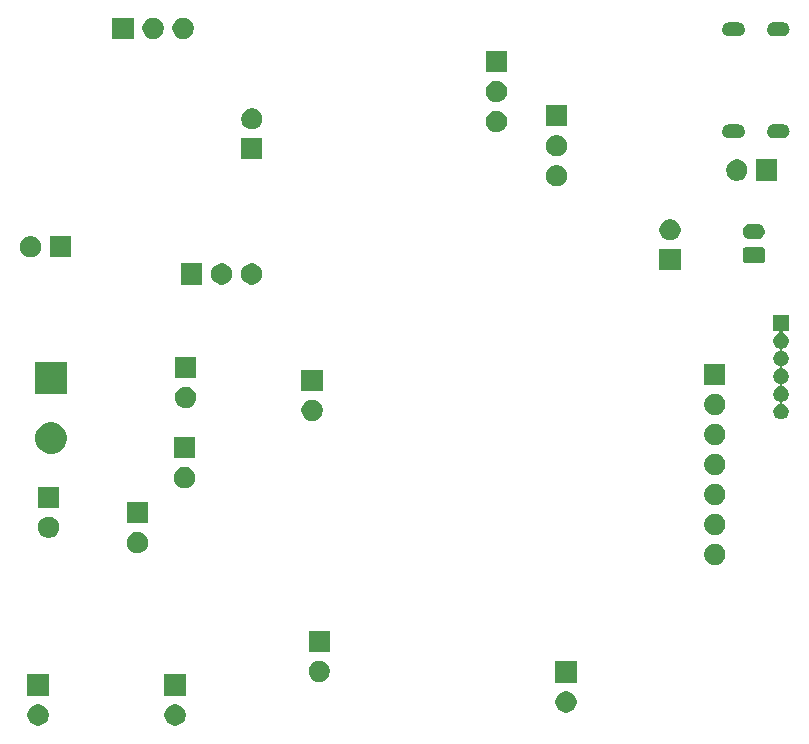
<source format=gbs>
G04 #@! TF.GenerationSoftware,KiCad,Pcbnew,(5.1.5-0)*
G04 #@! TF.CreationDate,2022-02-24T14:37:53-07:00*
G04 #@! TF.ProjectId,adc_preamp,6164635f-7072-4656-916d-702e6b696361,rev?*
G04 #@! TF.SameCoordinates,Original*
G04 #@! TF.FileFunction,Soldermask,Bot*
G04 #@! TF.FilePolarity,Negative*
%FSLAX46Y46*%
G04 Gerber Fmt 4.6, Leading zero omitted, Abs format (unit mm)*
G04 Created by KiCad (PCBNEW (5.1.5-0)) date 2022-02-24 14:37:53*
%MOMM*%
%LPD*%
G04 APERTURE LIST*
%ADD10C,0.100000*%
G04 APERTURE END LIST*
D10*
G36*
X126313512Y-109843927D02*
G01*
X126462812Y-109873624D01*
X126626784Y-109941544D01*
X126774354Y-110040147D01*
X126899853Y-110165646D01*
X126998456Y-110313216D01*
X127066376Y-110477188D01*
X127101000Y-110651259D01*
X127101000Y-110828741D01*
X127066376Y-111002812D01*
X126998456Y-111166784D01*
X126899853Y-111314354D01*
X126774354Y-111439853D01*
X126626784Y-111538456D01*
X126462812Y-111606376D01*
X126313512Y-111636073D01*
X126288742Y-111641000D01*
X126111258Y-111641000D01*
X126086488Y-111636073D01*
X125937188Y-111606376D01*
X125773216Y-111538456D01*
X125625646Y-111439853D01*
X125500147Y-111314354D01*
X125401544Y-111166784D01*
X125333624Y-111002812D01*
X125299000Y-110828741D01*
X125299000Y-110651259D01*
X125333624Y-110477188D01*
X125401544Y-110313216D01*
X125500147Y-110165646D01*
X125625646Y-110040147D01*
X125773216Y-109941544D01*
X125937188Y-109873624D01*
X126086488Y-109843927D01*
X126111258Y-109839000D01*
X126288742Y-109839000D01*
X126313512Y-109843927D01*
G37*
G36*
X114713512Y-109843927D02*
G01*
X114862812Y-109873624D01*
X115026784Y-109941544D01*
X115174354Y-110040147D01*
X115299853Y-110165646D01*
X115398456Y-110313216D01*
X115466376Y-110477188D01*
X115501000Y-110651259D01*
X115501000Y-110828741D01*
X115466376Y-111002812D01*
X115398456Y-111166784D01*
X115299853Y-111314354D01*
X115174354Y-111439853D01*
X115026784Y-111538456D01*
X114862812Y-111606376D01*
X114713512Y-111636073D01*
X114688742Y-111641000D01*
X114511258Y-111641000D01*
X114486488Y-111636073D01*
X114337188Y-111606376D01*
X114173216Y-111538456D01*
X114025646Y-111439853D01*
X113900147Y-111314354D01*
X113801544Y-111166784D01*
X113733624Y-111002812D01*
X113699000Y-110828741D01*
X113699000Y-110651259D01*
X113733624Y-110477188D01*
X113801544Y-110313216D01*
X113900147Y-110165646D01*
X114025646Y-110040147D01*
X114173216Y-109941544D01*
X114337188Y-109873624D01*
X114486488Y-109843927D01*
X114511258Y-109839000D01*
X114688742Y-109839000D01*
X114713512Y-109843927D01*
G37*
G36*
X159413512Y-108743927D02*
G01*
X159562812Y-108773624D01*
X159726784Y-108841544D01*
X159874354Y-108940147D01*
X159999853Y-109065646D01*
X160098456Y-109213216D01*
X160166376Y-109377188D01*
X160201000Y-109551259D01*
X160201000Y-109728741D01*
X160166376Y-109902812D01*
X160098456Y-110066784D01*
X159999853Y-110214354D01*
X159874354Y-110339853D01*
X159726784Y-110438456D01*
X159562812Y-110506376D01*
X159413512Y-110536073D01*
X159388742Y-110541000D01*
X159211258Y-110541000D01*
X159186488Y-110536073D01*
X159037188Y-110506376D01*
X158873216Y-110438456D01*
X158725646Y-110339853D01*
X158600147Y-110214354D01*
X158501544Y-110066784D01*
X158433624Y-109902812D01*
X158399000Y-109728741D01*
X158399000Y-109551259D01*
X158433624Y-109377188D01*
X158501544Y-109213216D01*
X158600147Y-109065646D01*
X158725646Y-108940147D01*
X158873216Y-108841544D01*
X159037188Y-108773624D01*
X159186488Y-108743927D01*
X159211258Y-108739000D01*
X159388742Y-108739000D01*
X159413512Y-108743927D01*
G37*
G36*
X127101000Y-109101000D02*
G01*
X125299000Y-109101000D01*
X125299000Y-107299000D01*
X127101000Y-107299000D01*
X127101000Y-109101000D01*
G37*
G36*
X115501000Y-109101000D02*
G01*
X113699000Y-109101000D01*
X113699000Y-107299000D01*
X115501000Y-107299000D01*
X115501000Y-109101000D01*
G37*
G36*
X160201000Y-108001000D02*
G01*
X158399000Y-108001000D01*
X158399000Y-106199000D01*
X160201000Y-106199000D01*
X160201000Y-108001000D01*
G37*
G36*
X138513512Y-106143927D02*
G01*
X138662812Y-106173624D01*
X138826784Y-106241544D01*
X138974354Y-106340147D01*
X139099853Y-106465646D01*
X139198456Y-106613216D01*
X139266376Y-106777188D01*
X139301000Y-106951259D01*
X139301000Y-107128741D01*
X139266376Y-107302812D01*
X139198456Y-107466784D01*
X139099853Y-107614354D01*
X138974354Y-107739853D01*
X138826784Y-107838456D01*
X138662812Y-107906376D01*
X138513512Y-107936073D01*
X138488742Y-107941000D01*
X138311258Y-107941000D01*
X138286488Y-107936073D01*
X138137188Y-107906376D01*
X137973216Y-107838456D01*
X137825646Y-107739853D01*
X137700147Y-107614354D01*
X137601544Y-107466784D01*
X137533624Y-107302812D01*
X137499000Y-107128741D01*
X137499000Y-106951259D01*
X137533624Y-106777188D01*
X137601544Y-106613216D01*
X137700147Y-106465646D01*
X137825646Y-106340147D01*
X137973216Y-106241544D01*
X138137188Y-106173624D01*
X138286488Y-106143927D01*
X138311258Y-106139000D01*
X138488742Y-106139000D01*
X138513512Y-106143927D01*
G37*
G36*
X139301000Y-105401000D02*
G01*
X137499000Y-105401000D01*
X137499000Y-103599000D01*
X139301000Y-103599000D01*
X139301000Y-105401000D01*
G37*
G36*
X172013512Y-96243927D02*
G01*
X172162812Y-96273624D01*
X172326784Y-96341544D01*
X172474354Y-96440147D01*
X172599853Y-96565646D01*
X172698456Y-96713216D01*
X172766376Y-96877188D01*
X172792072Y-97006375D01*
X172798960Y-97041000D01*
X172801000Y-97051259D01*
X172801000Y-97228741D01*
X172766376Y-97402812D01*
X172698456Y-97566784D01*
X172599853Y-97714354D01*
X172474354Y-97839853D01*
X172326784Y-97938456D01*
X172162812Y-98006376D01*
X172013512Y-98036073D01*
X171988742Y-98041000D01*
X171811258Y-98041000D01*
X171786488Y-98036073D01*
X171637188Y-98006376D01*
X171473216Y-97938456D01*
X171325646Y-97839853D01*
X171200147Y-97714354D01*
X171101544Y-97566784D01*
X171033624Y-97402812D01*
X170999000Y-97228741D01*
X170999000Y-97051259D01*
X171001041Y-97041000D01*
X171007928Y-97006375D01*
X171033624Y-96877188D01*
X171101544Y-96713216D01*
X171200147Y-96565646D01*
X171325646Y-96440147D01*
X171473216Y-96341544D01*
X171637188Y-96273624D01*
X171786488Y-96243927D01*
X171811258Y-96239000D01*
X171988742Y-96239000D01*
X172013512Y-96243927D01*
G37*
G36*
X123113512Y-95243927D02*
G01*
X123262812Y-95273624D01*
X123426784Y-95341544D01*
X123574354Y-95440147D01*
X123699853Y-95565646D01*
X123798456Y-95713216D01*
X123866376Y-95877188D01*
X123896073Y-96026488D01*
X123901000Y-96051258D01*
X123901000Y-96228742D01*
X123896073Y-96253512D01*
X123866376Y-96402812D01*
X123798456Y-96566784D01*
X123699853Y-96714354D01*
X123574354Y-96839853D01*
X123426784Y-96938456D01*
X123262812Y-97006376D01*
X123113512Y-97036073D01*
X123088742Y-97041000D01*
X122911258Y-97041000D01*
X122886488Y-97036073D01*
X122737188Y-97006376D01*
X122573216Y-96938456D01*
X122425646Y-96839853D01*
X122300147Y-96714354D01*
X122201544Y-96566784D01*
X122133624Y-96402812D01*
X122103927Y-96253512D01*
X122099000Y-96228742D01*
X122099000Y-96051258D01*
X122103927Y-96026488D01*
X122133624Y-95877188D01*
X122201544Y-95713216D01*
X122300147Y-95565646D01*
X122425646Y-95440147D01*
X122573216Y-95341544D01*
X122737188Y-95273624D01*
X122886488Y-95243927D01*
X122911258Y-95239000D01*
X123088742Y-95239000D01*
X123113512Y-95243927D01*
G37*
G36*
X115613512Y-93943927D02*
G01*
X115762812Y-93973624D01*
X115926784Y-94041544D01*
X116074354Y-94140147D01*
X116199853Y-94265646D01*
X116298456Y-94413216D01*
X116366376Y-94577188D01*
X116401000Y-94751259D01*
X116401000Y-94928741D01*
X116366376Y-95102812D01*
X116298456Y-95266784D01*
X116199853Y-95414354D01*
X116074354Y-95539853D01*
X115926784Y-95638456D01*
X115762812Y-95706376D01*
X115613512Y-95736073D01*
X115588742Y-95741000D01*
X115411258Y-95741000D01*
X115386488Y-95736073D01*
X115237188Y-95706376D01*
X115073216Y-95638456D01*
X114925646Y-95539853D01*
X114800147Y-95414354D01*
X114701544Y-95266784D01*
X114633624Y-95102812D01*
X114599000Y-94928741D01*
X114599000Y-94751259D01*
X114633624Y-94577188D01*
X114701544Y-94413216D01*
X114800147Y-94265646D01*
X114925646Y-94140147D01*
X115073216Y-94041544D01*
X115237188Y-93973624D01*
X115386488Y-93943927D01*
X115411258Y-93939000D01*
X115588742Y-93939000D01*
X115613512Y-93943927D01*
G37*
G36*
X172013512Y-93703927D02*
G01*
X172162812Y-93733624D01*
X172326784Y-93801544D01*
X172474354Y-93900147D01*
X172599853Y-94025646D01*
X172698456Y-94173216D01*
X172766376Y-94337188D01*
X172796073Y-94486488D01*
X172798960Y-94501000D01*
X172801000Y-94511259D01*
X172801000Y-94688741D01*
X172766376Y-94862812D01*
X172698456Y-95026784D01*
X172599853Y-95174354D01*
X172474354Y-95299853D01*
X172326784Y-95398456D01*
X172162812Y-95466376D01*
X172013512Y-95496073D01*
X171988742Y-95501000D01*
X171811258Y-95501000D01*
X171786488Y-95496073D01*
X171637188Y-95466376D01*
X171473216Y-95398456D01*
X171325646Y-95299853D01*
X171200147Y-95174354D01*
X171101544Y-95026784D01*
X171033624Y-94862812D01*
X170999000Y-94688741D01*
X170999000Y-94511259D01*
X171001041Y-94501000D01*
X171003927Y-94486488D01*
X171033624Y-94337188D01*
X171101544Y-94173216D01*
X171200147Y-94025646D01*
X171325646Y-93900147D01*
X171473216Y-93801544D01*
X171637188Y-93733624D01*
X171786488Y-93703927D01*
X171811258Y-93699000D01*
X171988742Y-93699000D01*
X172013512Y-93703927D01*
G37*
G36*
X123901000Y-94501000D02*
G01*
X122099000Y-94501000D01*
X122099000Y-92699000D01*
X123901000Y-92699000D01*
X123901000Y-94501000D01*
G37*
G36*
X116401000Y-93201000D02*
G01*
X114599000Y-93201000D01*
X114599000Y-91399000D01*
X116401000Y-91399000D01*
X116401000Y-93201000D01*
G37*
G36*
X172013512Y-91163927D02*
G01*
X172162812Y-91193624D01*
X172326784Y-91261544D01*
X172474354Y-91360147D01*
X172599853Y-91485646D01*
X172698456Y-91633216D01*
X172766376Y-91797188D01*
X172801000Y-91971259D01*
X172801000Y-92148741D01*
X172766376Y-92322812D01*
X172698456Y-92486784D01*
X172599853Y-92634354D01*
X172474354Y-92759853D01*
X172326784Y-92858456D01*
X172162812Y-92926376D01*
X172013512Y-92956073D01*
X171988742Y-92961000D01*
X171811258Y-92961000D01*
X171786488Y-92956073D01*
X171637188Y-92926376D01*
X171473216Y-92858456D01*
X171325646Y-92759853D01*
X171200147Y-92634354D01*
X171101544Y-92486784D01*
X171033624Y-92322812D01*
X170999000Y-92148741D01*
X170999000Y-91971259D01*
X171033624Y-91797188D01*
X171101544Y-91633216D01*
X171200147Y-91485646D01*
X171325646Y-91360147D01*
X171473216Y-91261544D01*
X171637188Y-91193624D01*
X171786488Y-91163927D01*
X171811258Y-91159000D01*
X171988742Y-91159000D01*
X172013512Y-91163927D01*
G37*
G36*
X127113512Y-89743927D02*
G01*
X127262812Y-89773624D01*
X127426784Y-89841544D01*
X127574354Y-89940147D01*
X127699853Y-90065646D01*
X127798456Y-90213216D01*
X127866376Y-90377188D01*
X127901000Y-90551259D01*
X127901000Y-90728741D01*
X127866376Y-90902812D01*
X127798456Y-91066784D01*
X127699853Y-91214354D01*
X127574354Y-91339853D01*
X127426784Y-91438456D01*
X127262812Y-91506376D01*
X127113512Y-91536073D01*
X127088742Y-91541000D01*
X126911258Y-91541000D01*
X126886488Y-91536073D01*
X126737188Y-91506376D01*
X126573216Y-91438456D01*
X126425646Y-91339853D01*
X126300147Y-91214354D01*
X126201544Y-91066784D01*
X126133624Y-90902812D01*
X126099000Y-90728741D01*
X126099000Y-90551259D01*
X126133624Y-90377188D01*
X126201544Y-90213216D01*
X126300147Y-90065646D01*
X126425646Y-89940147D01*
X126573216Y-89841544D01*
X126737188Y-89773624D01*
X126886488Y-89743927D01*
X126911258Y-89739000D01*
X127088742Y-89739000D01*
X127113512Y-89743927D01*
G37*
G36*
X172013512Y-88623927D02*
G01*
X172162812Y-88653624D01*
X172326784Y-88721544D01*
X172474354Y-88820147D01*
X172599853Y-88945646D01*
X172698456Y-89093216D01*
X172766376Y-89257188D01*
X172801000Y-89431259D01*
X172801000Y-89608741D01*
X172766376Y-89782812D01*
X172698456Y-89946784D01*
X172599853Y-90094354D01*
X172474354Y-90219853D01*
X172326784Y-90318456D01*
X172162812Y-90386376D01*
X172013512Y-90416073D01*
X171988742Y-90421000D01*
X171811258Y-90421000D01*
X171786488Y-90416073D01*
X171637188Y-90386376D01*
X171473216Y-90318456D01*
X171325646Y-90219853D01*
X171200147Y-90094354D01*
X171101544Y-89946784D01*
X171033624Y-89782812D01*
X170999000Y-89608741D01*
X170999000Y-89431259D01*
X171033624Y-89257188D01*
X171101544Y-89093216D01*
X171200147Y-88945646D01*
X171325646Y-88820147D01*
X171473216Y-88721544D01*
X171637188Y-88653624D01*
X171786488Y-88623927D01*
X171811258Y-88619000D01*
X171988742Y-88619000D01*
X172013512Y-88623927D01*
G37*
G36*
X127901000Y-89001000D02*
G01*
X126099000Y-89001000D01*
X126099000Y-87199000D01*
X127901000Y-87199000D01*
X127901000Y-89001000D01*
G37*
G36*
X116094072Y-85980918D02*
G01*
X116339939Y-86082759D01*
X116561212Y-86230610D01*
X116749390Y-86418788D01*
X116897241Y-86640061D01*
X116999082Y-86885928D01*
X117051000Y-87146938D01*
X117051000Y-87413062D01*
X116999082Y-87674072D01*
X116897241Y-87919939D01*
X116749390Y-88141212D01*
X116561212Y-88329390D01*
X116339939Y-88477241D01*
X116339938Y-88477242D01*
X116339937Y-88477242D01*
X116094072Y-88579082D01*
X115833063Y-88631000D01*
X115566937Y-88631000D01*
X115305928Y-88579082D01*
X115060063Y-88477242D01*
X115060062Y-88477242D01*
X115060061Y-88477241D01*
X114838788Y-88329390D01*
X114650610Y-88141212D01*
X114502759Y-87919939D01*
X114400918Y-87674072D01*
X114349000Y-87413062D01*
X114349000Y-87146938D01*
X114400918Y-86885928D01*
X114502759Y-86640061D01*
X114650610Y-86418788D01*
X114838788Y-86230610D01*
X115060061Y-86082759D01*
X115305928Y-85980918D01*
X115566937Y-85929000D01*
X115833063Y-85929000D01*
X116094072Y-85980918D01*
G37*
G36*
X172007634Y-86082758D02*
G01*
X172162812Y-86113624D01*
X172326784Y-86181544D01*
X172474354Y-86280147D01*
X172599853Y-86405646D01*
X172698456Y-86553216D01*
X172766376Y-86717188D01*
X172801000Y-86891259D01*
X172801000Y-87068741D01*
X172766376Y-87242812D01*
X172698456Y-87406784D01*
X172599853Y-87554354D01*
X172474354Y-87679853D01*
X172326784Y-87778456D01*
X172162812Y-87846376D01*
X172013512Y-87876073D01*
X171988742Y-87881000D01*
X171811258Y-87881000D01*
X171786488Y-87876073D01*
X171637188Y-87846376D01*
X171473216Y-87778456D01*
X171325646Y-87679853D01*
X171200147Y-87554354D01*
X171101544Y-87406784D01*
X171033624Y-87242812D01*
X170999000Y-87068741D01*
X170999000Y-86891259D01*
X171033624Y-86717188D01*
X171101544Y-86553216D01*
X171200147Y-86405646D01*
X171325646Y-86280147D01*
X171473216Y-86181544D01*
X171637188Y-86113624D01*
X171792366Y-86082758D01*
X171811258Y-86079000D01*
X171988742Y-86079000D01*
X172007634Y-86082758D01*
G37*
G36*
X137913512Y-84043927D02*
G01*
X138062812Y-84073624D01*
X138226784Y-84141544D01*
X138374354Y-84240147D01*
X138499853Y-84365646D01*
X138598456Y-84513216D01*
X138666376Y-84677188D01*
X138701000Y-84851259D01*
X138701000Y-85028741D01*
X138666376Y-85202812D01*
X138598456Y-85366784D01*
X138499853Y-85514354D01*
X138374354Y-85639853D01*
X138226784Y-85738456D01*
X138062812Y-85806376D01*
X137913512Y-85836073D01*
X137888742Y-85841000D01*
X137711258Y-85841000D01*
X137686488Y-85836073D01*
X137537188Y-85806376D01*
X137373216Y-85738456D01*
X137225646Y-85639853D01*
X137100147Y-85514354D01*
X137001544Y-85366784D01*
X136933624Y-85202812D01*
X136899000Y-85028741D01*
X136899000Y-84851259D01*
X136933624Y-84677188D01*
X137001544Y-84513216D01*
X137100147Y-84365646D01*
X137225646Y-84240147D01*
X137373216Y-84141544D01*
X137537188Y-84073624D01*
X137686488Y-84043927D01*
X137711258Y-84039000D01*
X137888742Y-84039000D01*
X137913512Y-84043927D01*
G37*
G36*
X178155000Y-78205000D02*
G01*
X177799999Y-78205000D01*
X177775613Y-78207402D01*
X177752164Y-78214515D01*
X177730553Y-78226066D01*
X177711611Y-78241611D01*
X177696066Y-78260553D01*
X177684515Y-78282164D01*
X177677402Y-78305613D01*
X177675000Y-78329999D01*
X177677402Y-78354385D01*
X177684515Y-78377834D01*
X177696066Y-78399445D01*
X177711611Y-78418387D01*
X177730553Y-78433932D01*
X177752164Y-78445483D01*
X177810257Y-78469546D01*
X177810259Y-78469547D01*
X177917538Y-78541228D01*
X178008772Y-78632462D01*
X178080453Y-78739741D01*
X178080454Y-78739743D01*
X178129829Y-78858945D01*
X178155000Y-78985487D01*
X178155000Y-79114513D01*
X178129829Y-79241055D01*
X178080454Y-79360257D01*
X178080453Y-79360259D01*
X178008772Y-79467538D01*
X177917538Y-79558772D01*
X177810259Y-79630453D01*
X177810258Y-79630454D01*
X177810257Y-79630454D01*
X177679740Y-79684516D01*
X177658129Y-79696067D01*
X177639187Y-79711612D01*
X177623642Y-79730554D01*
X177612091Y-79752165D01*
X177604978Y-79775614D01*
X177602576Y-79800000D01*
X177604978Y-79824386D01*
X177612091Y-79847835D01*
X177623642Y-79869446D01*
X177639187Y-79888388D01*
X177658129Y-79903933D01*
X177679740Y-79915484D01*
X177810257Y-79969546D01*
X177810259Y-79969547D01*
X177917538Y-80041228D01*
X178008772Y-80132462D01*
X178080453Y-80239741D01*
X178080454Y-80239743D01*
X178129829Y-80358945D01*
X178155000Y-80485487D01*
X178155000Y-80614513D01*
X178129829Y-80741055D01*
X178085117Y-80849000D01*
X178080453Y-80860259D01*
X178008772Y-80967538D01*
X177917538Y-81058772D01*
X177810259Y-81130453D01*
X177810258Y-81130454D01*
X177810257Y-81130454D01*
X177679740Y-81184516D01*
X177658129Y-81196067D01*
X177639187Y-81211612D01*
X177623642Y-81230554D01*
X177612091Y-81252165D01*
X177604978Y-81275614D01*
X177602576Y-81300000D01*
X177604978Y-81324386D01*
X177612091Y-81347835D01*
X177623642Y-81369446D01*
X177639187Y-81388388D01*
X177658129Y-81403933D01*
X177679740Y-81415484D01*
X177810257Y-81469546D01*
X177810259Y-81469547D01*
X177917538Y-81541228D01*
X178008772Y-81632462D01*
X178080453Y-81739741D01*
X178080454Y-81739743D01*
X178129829Y-81858945D01*
X178155000Y-81985487D01*
X178155000Y-82114513D01*
X178129829Y-82241055D01*
X178080454Y-82360257D01*
X178080453Y-82360259D01*
X178008772Y-82467538D01*
X177917538Y-82558772D01*
X177810259Y-82630453D01*
X177810258Y-82630454D01*
X177810257Y-82630454D01*
X177679740Y-82684516D01*
X177658129Y-82696067D01*
X177639187Y-82711612D01*
X177623642Y-82730554D01*
X177612091Y-82752165D01*
X177604978Y-82775614D01*
X177602576Y-82800000D01*
X177604978Y-82824386D01*
X177612091Y-82847835D01*
X177623642Y-82869446D01*
X177639187Y-82888388D01*
X177658129Y-82903933D01*
X177679740Y-82915484D01*
X177810257Y-82969546D01*
X177810259Y-82969547D01*
X177917538Y-83041228D01*
X178008772Y-83132462D01*
X178080453Y-83239741D01*
X178080454Y-83239743D01*
X178129829Y-83358945D01*
X178155000Y-83485487D01*
X178155000Y-83614513D01*
X178129829Y-83741055D01*
X178125602Y-83751259D01*
X178080453Y-83860259D01*
X178008772Y-83967538D01*
X177917538Y-84058772D01*
X177810259Y-84130453D01*
X177810258Y-84130454D01*
X177810257Y-84130454D01*
X177679740Y-84184516D01*
X177658129Y-84196067D01*
X177639187Y-84211612D01*
X177623642Y-84230554D01*
X177612091Y-84252165D01*
X177604978Y-84275614D01*
X177602576Y-84300000D01*
X177604978Y-84324386D01*
X177612091Y-84347835D01*
X177623642Y-84369446D01*
X177639187Y-84388388D01*
X177658129Y-84403933D01*
X177679740Y-84415484D01*
X177810257Y-84469546D01*
X177810259Y-84469547D01*
X177917538Y-84541228D01*
X178008772Y-84632462D01*
X178058159Y-84706376D01*
X178080454Y-84739743D01*
X178129829Y-84858945D01*
X178155000Y-84985487D01*
X178155000Y-85114513D01*
X178129829Y-85241055D01*
X178102772Y-85306376D01*
X178080453Y-85360259D01*
X178008772Y-85467538D01*
X177917538Y-85558772D01*
X177810259Y-85630453D01*
X177810258Y-85630454D01*
X177810257Y-85630454D01*
X177691055Y-85679829D01*
X177564513Y-85705000D01*
X177435487Y-85705000D01*
X177308945Y-85679829D01*
X177189743Y-85630454D01*
X177189742Y-85630454D01*
X177189741Y-85630453D01*
X177082462Y-85558772D01*
X176991228Y-85467538D01*
X176919547Y-85360259D01*
X176897228Y-85306376D01*
X176870171Y-85241055D01*
X176845000Y-85114513D01*
X176845000Y-84985487D01*
X176870171Y-84858945D01*
X176919546Y-84739743D01*
X176941841Y-84706376D01*
X176991228Y-84632462D01*
X177082462Y-84541228D01*
X177189741Y-84469547D01*
X177189743Y-84469546D01*
X177320260Y-84415484D01*
X177341871Y-84403933D01*
X177360813Y-84388388D01*
X177376358Y-84369446D01*
X177387909Y-84347835D01*
X177395022Y-84324386D01*
X177397424Y-84300000D01*
X177395022Y-84275614D01*
X177387909Y-84252165D01*
X177376358Y-84230554D01*
X177360813Y-84211612D01*
X177341871Y-84196067D01*
X177320260Y-84184516D01*
X177189743Y-84130454D01*
X177189742Y-84130454D01*
X177189741Y-84130453D01*
X177082462Y-84058772D01*
X176991228Y-83967538D01*
X176919547Y-83860259D01*
X176874398Y-83751259D01*
X176870171Y-83741055D01*
X176845000Y-83614513D01*
X176845000Y-83485487D01*
X176870171Y-83358945D01*
X176919546Y-83239743D01*
X176919547Y-83239741D01*
X176991228Y-83132462D01*
X177082462Y-83041228D01*
X177189741Y-82969547D01*
X177189743Y-82969546D01*
X177320260Y-82915484D01*
X177341871Y-82903933D01*
X177360813Y-82888388D01*
X177376358Y-82869446D01*
X177387909Y-82847835D01*
X177395022Y-82824386D01*
X177397424Y-82800000D01*
X177395022Y-82775614D01*
X177387909Y-82752165D01*
X177376358Y-82730554D01*
X177360813Y-82711612D01*
X177341871Y-82696067D01*
X177320260Y-82684516D01*
X177189743Y-82630454D01*
X177189742Y-82630454D01*
X177189741Y-82630453D01*
X177082462Y-82558772D01*
X176991228Y-82467538D01*
X176919547Y-82360259D01*
X176919546Y-82360257D01*
X176870171Y-82241055D01*
X176845000Y-82114513D01*
X176845000Y-81985487D01*
X176870171Y-81858945D01*
X176919546Y-81739743D01*
X176919547Y-81739741D01*
X176991228Y-81632462D01*
X177082462Y-81541228D01*
X177189741Y-81469547D01*
X177189743Y-81469546D01*
X177320260Y-81415484D01*
X177341871Y-81403933D01*
X177360813Y-81388388D01*
X177376358Y-81369446D01*
X177387909Y-81347835D01*
X177395022Y-81324386D01*
X177397424Y-81300000D01*
X177395022Y-81275614D01*
X177387909Y-81252165D01*
X177376358Y-81230554D01*
X177360813Y-81211612D01*
X177341871Y-81196067D01*
X177320260Y-81184516D01*
X177189743Y-81130454D01*
X177189742Y-81130454D01*
X177189741Y-81130453D01*
X177082462Y-81058772D01*
X176991228Y-80967538D01*
X176919547Y-80860259D01*
X176914883Y-80849000D01*
X176870171Y-80741055D01*
X176845000Y-80614513D01*
X176845000Y-80485487D01*
X176870171Y-80358945D01*
X176919546Y-80239743D01*
X176919547Y-80239741D01*
X176991228Y-80132462D01*
X177082462Y-80041228D01*
X177189741Y-79969547D01*
X177189743Y-79969546D01*
X177320260Y-79915484D01*
X177341871Y-79903933D01*
X177360813Y-79888388D01*
X177376358Y-79869446D01*
X177387909Y-79847835D01*
X177395022Y-79824386D01*
X177397424Y-79800000D01*
X177395022Y-79775614D01*
X177387909Y-79752165D01*
X177376358Y-79730554D01*
X177360813Y-79711612D01*
X177341871Y-79696067D01*
X177320260Y-79684516D01*
X177189743Y-79630454D01*
X177189742Y-79630454D01*
X177189741Y-79630453D01*
X177082462Y-79558772D01*
X176991228Y-79467538D01*
X176919547Y-79360259D01*
X176919546Y-79360257D01*
X176870171Y-79241055D01*
X176845000Y-79114513D01*
X176845000Y-78985487D01*
X176870171Y-78858945D01*
X176919546Y-78739743D01*
X176919547Y-78739741D01*
X176991228Y-78632462D01*
X177082462Y-78541228D01*
X177189741Y-78469547D01*
X177189743Y-78469546D01*
X177247836Y-78445483D01*
X177269447Y-78433932D01*
X177288389Y-78418387D01*
X177303934Y-78399445D01*
X177315485Y-78377834D01*
X177322598Y-78354385D01*
X177325000Y-78329999D01*
X177322598Y-78305613D01*
X177315485Y-78282164D01*
X177303934Y-78260553D01*
X177288389Y-78241611D01*
X177269447Y-78226066D01*
X177247836Y-78214515D01*
X177224387Y-78207402D01*
X177200001Y-78205000D01*
X176845000Y-78205000D01*
X176845000Y-76895000D01*
X178155000Y-76895000D01*
X178155000Y-78205000D01*
G37*
G36*
X172013512Y-83543927D02*
G01*
X172162812Y-83573624D01*
X172326784Y-83641544D01*
X172474354Y-83740147D01*
X172599853Y-83865646D01*
X172698456Y-84013216D01*
X172766376Y-84177188D01*
X172801000Y-84351259D01*
X172801000Y-84528741D01*
X172766376Y-84702812D01*
X172698456Y-84866784D01*
X172599853Y-85014354D01*
X172474354Y-85139853D01*
X172326784Y-85238456D01*
X172162812Y-85306376D01*
X172013512Y-85336073D01*
X171988742Y-85341000D01*
X171811258Y-85341000D01*
X171786488Y-85336073D01*
X171637188Y-85306376D01*
X171473216Y-85238456D01*
X171325646Y-85139853D01*
X171200147Y-85014354D01*
X171101544Y-84866784D01*
X171033624Y-84702812D01*
X170999000Y-84528741D01*
X170999000Y-84351259D01*
X171033624Y-84177188D01*
X171101544Y-84013216D01*
X171200147Y-83865646D01*
X171325646Y-83740147D01*
X171473216Y-83641544D01*
X171637188Y-83573624D01*
X171786488Y-83543927D01*
X171811258Y-83539000D01*
X171988742Y-83539000D01*
X172013512Y-83543927D01*
G37*
G36*
X127213512Y-82943927D02*
G01*
X127362812Y-82973624D01*
X127526784Y-83041544D01*
X127674354Y-83140147D01*
X127799853Y-83265646D01*
X127898456Y-83413216D01*
X127966376Y-83577188D01*
X128001000Y-83751259D01*
X128001000Y-83928741D01*
X127966376Y-84102812D01*
X127898456Y-84266784D01*
X127799853Y-84414354D01*
X127674354Y-84539853D01*
X127526784Y-84638456D01*
X127362812Y-84706376D01*
X127213512Y-84736073D01*
X127188742Y-84741000D01*
X127011258Y-84741000D01*
X126986488Y-84736073D01*
X126837188Y-84706376D01*
X126673216Y-84638456D01*
X126525646Y-84539853D01*
X126400147Y-84414354D01*
X126301544Y-84266784D01*
X126233624Y-84102812D01*
X126199000Y-83928741D01*
X126199000Y-83751259D01*
X126233624Y-83577188D01*
X126301544Y-83413216D01*
X126400147Y-83265646D01*
X126525646Y-83140147D01*
X126673216Y-83041544D01*
X126837188Y-82973624D01*
X126986488Y-82943927D01*
X127011258Y-82939000D01*
X127188742Y-82939000D01*
X127213512Y-82943927D01*
G37*
G36*
X117051000Y-83551000D02*
G01*
X114349000Y-83551000D01*
X114349000Y-80849000D01*
X117051000Y-80849000D01*
X117051000Y-83551000D01*
G37*
G36*
X138701000Y-83301000D02*
G01*
X136899000Y-83301000D01*
X136899000Y-81499000D01*
X138701000Y-81499000D01*
X138701000Y-83301000D01*
G37*
G36*
X172801000Y-82801000D02*
G01*
X170999000Y-82801000D01*
X170999000Y-80999000D01*
X172801000Y-80999000D01*
X172801000Y-82801000D01*
G37*
G36*
X128001000Y-82201000D02*
G01*
X126199000Y-82201000D01*
X126199000Y-80399000D01*
X128001000Y-80399000D01*
X128001000Y-82201000D01*
G37*
G36*
X132793512Y-72503927D02*
G01*
X132942812Y-72533624D01*
X133106784Y-72601544D01*
X133254354Y-72700147D01*
X133379853Y-72825646D01*
X133478456Y-72973216D01*
X133546376Y-73137188D01*
X133581000Y-73311259D01*
X133581000Y-73488741D01*
X133546376Y-73662812D01*
X133478456Y-73826784D01*
X133379853Y-73974354D01*
X133254354Y-74099853D01*
X133106784Y-74198456D01*
X132942812Y-74266376D01*
X132793512Y-74296073D01*
X132768742Y-74301000D01*
X132591258Y-74301000D01*
X132566488Y-74296073D01*
X132417188Y-74266376D01*
X132253216Y-74198456D01*
X132105646Y-74099853D01*
X131980147Y-73974354D01*
X131881544Y-73826784D01*
X131813624Y-73662812D01*
X131779000Y-73488741D01*
X131779000Y-73311259D01*
X131813624Y-73137188D01*
X131881544Y-72973216D01*
X131980147Y-72825646D01*
X132105646Y-72700147D01*
X132253216Y-72601544D01*
X132417188Y-72533624D01*
X132566488Y-72503927D01*
X132591258Y-72499000D01*
X132768742Y-72499000D01*
X132793512Y-72503927D01*
G37*
G36*
X128501000Y-74301000D02*
G01*
X126699000Y-74301000D01*
X126699000Y-72499000D01*
X128501000Y-72499000D01*
X128501000Y-74301000D01*
G37*
G36*
X130253512Y-72503927D02*
G01*
X130402812Y-72533624D01*
X130566784Y-72601544D01*
X130714354Y-72700147D01*
X130839853Y-72825646D01*
X130938456Y-72973216D01*
X131006376Y-73137188D01*
X131041000Y-73311259D01*
X131041000Y-73488741D01*
X131006376Y-73662812D01*
X130938456Y-73826784D01*
X130839853Y-73974354D01*
X130714354Y-74099853D01*
X130566784Y-74198456D01*
X130402812Y-74266376D01*
X130253512Y-74296073D01*
X130228742Y-74301000D01*
X130051258Y-74301000D01*
X130026488Y-74296073D01*
X129877188Y-74266376D01*
X129713216Y-74198456D01*
X129565646Y-74099853D01*
X129440147Y-73974354D01*
X129341544Y-73826784D01*
X129273624Y-73662812D01*
X129239000Y-73488741D01*
X129239000Y-73311259D01*
X129273624Y-73137188D01*
X129341544Y-72973216D01*
X129440147Y-72825646D01*
X129565646Y-72700147D01*
X129713216Y-72601544D01*
X129877188Y-72533624D01*
X130026488Y-72503927D01*
X130051258Y-72499000D01*
X130228742Y-72499000D01*
X130253512Y-72503927D01*
G37*
G36*
X169001000Y-73101000D02*
G01*
X167199000Y-73101000D01*
X167199000Y-71299000D01*
X169001000Y-71299000D01*
X169001000Y-73101000D01*
G37*
G36*
X175966242Y-71153404D02*
G01*
X176003337Y-71164657D01*
X176037515Y-71182925D01*
X176067481Y-71207519D01*
X176092075Y-71237485D01*
X176110343Y-71271663D01*
X176121596Y-71308758D01*
X176126000Y-71353474D01*
X176126000Y-72246526D01*
X176121596Y-72291242D01*
X176110343Y-72328337D01*
X176092075Y-72362515D01*
X176067481Y-72392481D01*
X176037515Y-72417075D01*
X176003337Y-72435343D01*
X175966242Y-72446596D01*
X175921526Y-72451000D01*
X174478474Y-72451000D01*
X174433758Y-72446596D01*
X174396663Y-72435343D01*
X174362485Y-72417075D01*
X174332519Y-72392481D01*
X174307925Y-72362515D01*
X174289657Y-72328337D01*
X174278404Y-72291242D01*
X174274000Y-72246526D01*
X174274000Y-71353474D01*
X174278404Y-71308758D01*
X174289657Y-71271663D01*
X174307925Y-71237485D01*
X174332519Y-71207519D01*
X174362485Y-71182925D01*
X174396663Y-71164657D01*
X174433758Y-71153404D01*
X174478474Y-71149000D01*
X175921526Y-71149000D01*
X175966242Y-71153404D01*
G37*
G36*
X114073512Y-70203927D02*
G01*
X114222812Y-70233624D01*
X114386784Y-70301544D01*
X114534354Y-70400147D01*
X114659853Y-70525646D01*
X114758456Y-70673216D01*
X114826376Y-70837188D01*
X114861000Y-71011259D01*
X114861000Y-71188741D01*
X114826376Y-71362812D01*
X114758456Y-71526784D01*
X114659853Y-71674354D01*
X114534354Y-71799853D01*
X114386784Y-71898456D01*
X114222812Y-71966376D01*
X114073512Y-71996073D01*
X114048742Y-72001000D01*
X113871258Y-72001000D01*
X113846488Y-71996073D01*
X113697188Y-71966376D01*
X113533216Y-71898456D01*
X113385646Y-71799853D01*
X113260147Y-71674354D01*
X113161544Y-71526784D01*
X113093624Y-71362812D01*
X113059000Y-71188741D01*
X113059000Y-71011259D01*
X113093624Y-70837188D01*
X113161544Y-70673216D01*
X113260147Y-70525646D01*
X113385646Y-70400147D01*
X113533216Y-70301544D01*
X113697188Y-70233624D01*
X113846488Y-70203927D01*
X113871258Y-70199000D01*
X114048742Y-70199000D01*
X114073512Y-70203927D01*
G37*
G36*
X117401000Y-72001000D02*
G01*
X115599000Y-72001000D01*
X115599000Y-70199000D01*
X117401000Y-70199000D01*
X117401000Y-72001000D01*
G37*
G36*
X168213512Y-68763927D02*
G01*
X168362812Y-68793624D01*
X168526784Y-68861544D01*
X168674354Y-68960147D01*
X168799853Y-69085646D01*
X168898456Y-69233216D01*
X168966376Y-69397188D01*
X169001000Y-69571259D01*
X169001000Y-69748741D01*
X168966376Y-69922812D01*
X168898456Y-70086784D01*
X168799853Y-70234354D01*
X168674354Y-70359853D01*
X168526784Y-70458456D01*
X168362812Y-70526376D01*
X168213512Y-70556073D01*
X168188742Y-70561000D01*
X168011258Y-70561000D01*
X167986488Y-70556073D01*
X167837188Y-70526376D01*
X167673216Y-70458456D01*
X167525646Y-70359853D01*
X167400147Y-70234354D01*
X167301544Y-70086784D01*
X167233624Y-69922812D01*
X167199000Y-69748741D01*
X167199000Y-69571259D01*
X167233624Y-69397188D01*
X167301544Y-69233216D01*
X167400147Y-69085646D01*
X167525646Y-68960147D01*
X167673216Y-68861544D01*
X167837188Y-68793624D01*
X167986488Y-68763927D01*
X168011258Y-68759000D01*
X168188742Y-68759000D01*
X168213512Y-68763927D01*
G37*
G36*
X175538855Y-69152140D02*
G01*
X175602618Y-69158420D01*
X175693404Y-69185960D01*
X175725336Y-69195646D01*
X175838425Y-69256094D01*
X175937554Y-69337446D01*
X176018906Y-69436575D01*
X176079354Y-69549664D01*
X176079355Y-69549668D01*
X176116580Y-69672382D01*
X176129149Y-69800000D01*
X176116580Y-69927618D01*
X176089040Y-70018404D01*
X176079354Y-70050336D01*
X176018906Y-70163425D01*
X175937554Y-70262554D01*
X175838425Y-70343906D01*
X175725336Y-70404354D01*
X175693404Y-70414040D01*
X175602618Y-70441580D01*
X175538855Y-70447860D01*
X175506974Y-70451000D01*
X174893026Y-70451000D01*
X174861145Y-70447860D01*
X174797382Y-70441580D01*
X174706596Y-70414040D01*
X174674664Y-70404354D01*
X174561575Y-70343906D01*
X174462446Y-70262554D01*
X174381094Y-70163425D01*
X174320646Y-70050336D01*
X174310960Y-70018404D01*
X174283420Y-69927618D01*
X174270851Y-69800000D01*
X174283420Y-69672382D01*
X174320645Y-69549668D01*
X174320646Y-69549664D01*
X174381094Y-69436575D01*
X174462446Y-69337446D01*
X174561575Y-69256094D01*
X174674664Y-69195646D01*
X174706596Y-69185960D01*
X174797382Y-69158420D01*
X174861145Y-69152140D01*
X174893026Y-69149000D01*
X175506974Y-69149000D01*
X175538855Y-69152140D01*
G37*
G36*
X158613512Y-64183927D02*
G01*
X158762812Y-64213624D01*
X158926784Y-64281544D01*
X159074354Y-64380147D01*
X159199853Y-64505646D01*
X159298456Y-64653216D01*
X159366376Y-64817188D01*
X159401000Y-64991259D01*
X159401000Y-65168741D01*
X159366376Y-65342812D01*
X159298456Y-65506784D01*
X159199853Y-65654354D01*
X159074354Y-65779853D01*
X158926784Y-65878456D01*
X158762812Y-65946376D01*
X158613512Y-65976073D01*
X158588742Y-65981000D01*
X158411258Y-65981000D01*
X158386488Y-65976073D01*
X158237188Y-65946376D01*
X158073216Y-65878456D01*
X157925646Y-65779853D01*
X157800147Y-65654354D01*
X157701544Y-65506784D01*
X157633624Y-65342812D01*
X157599000Y-65168741D01*
X157599000Y-64991259D01*
X157633624Y-64817188D01*
X157701544Y-64653216D01*
X157800147Y-64505646D01*
X157925646Y-64380147D01*
X158073216Y-64281544D01*
X158237188Y-64213624D01*
X158386488Y-64183927D01*
X158411258Y-64179000D01*
X158588742Y-64179000D01*
X158613512Y-64183927D01*
G37*
G36*
X173873512Y-63703927D02*
G01*
X174022812Y-63733624D01*
X174186784Y-63801544D01*
X174334354Y-63900147D01*
X174459853Y-64025646D01*
X174558456Y-64173216D01*
X174626376Y-64337188D01*
X174661000Y-64511259D01*
X174661000Y-64688741D01*
X174626376Y-64862812D01*
X174558456Y-65026784D01*
X174459853Y-65174354D01*
X174334354Y-65299853D01*
X174186784Y-65398456D01*
X174022812Y-65466376D01*
X173873512Y-65496073D01*
X173848742Y-65501000D01*
X173671258Y-65501000D01*
X173646488Y-65496073D01*
X173497188Y-65466376D01*
X173333216Y-65398456D01*
X173185646Y-65299853D01*
X173060147Y-65174354D01*
X172961544Y-65026784D01*
X172893624Y-64862812D01*
X172859000Y-64688741D01*
X172859000Y-64511259D01*
X172893624Y-64337188D01*
X172961544Y-64173216D01*
X173060147Y-64025646D01*
X173185646Y-63900147D01*
X173333216Y-63801544D01*
X173497188Y-63733624D01*
X173646488Y-63703927D01*
X173671258Y-63699000D01*
X173848742Y-63699000D01*
X173873512Y-63703927D01*
G37*
G36*
X177201000Y-65501000D02*
G01*
X175399000Y-65501000D01*
X175399000Y-63699000D01*
X177201000Y-63699000D01*
X177201000Y-65501000D01*
G37*
G36*
X133601000Y-63701000D02*
G01*
X131799000Y-63701000D01*
X131799000Y-61899000D01*
X133601000Y-61899000D01*
X133601000Y-63701000D01*
G37*
G36*
X158613512Y-61643927D02*
G01*
X158762812Y-61673624D01*
X158926784Y-61741544D01*
X159074354Y-61840147D01*
X159199853Y-61965646D01*
X159298456Y-62113216D01*
X159366376Y-62277188D01*
X159401000Y-62451259D01*
X159401000Y-62628741D01*
X159366376Y-62802812D01*
X159298456Y-62966784D01*
X159199853Y-63114354D01*
X159074354Y-63239853D01*
X158926784Y-63338456D01*
X158762812Y-63406376D01*
X158613512Y-63436073D01*
X158588742Y-63441000D01*
X158411258Y-63441000D01*
X158386488Y-63436073D01*
X158237188Y-63406376D01*
X158073216Y-63338456D01*
X157925646Y-63239853D01*
X157800147Y-63114354D01*
X157701544Y-62966784D01*
X157633624Y-62802812D01*
X157599000Y-62628741D01*
X157599000Y-62451259D01*
X157633624Y-62277188D01*
X157701544Y-62113216D01*
X157800147Y-61965646D01*
X157925646Y-61840147D01*
X158073216Y-61741544D01*
X158237188Y-61673624D01*
X158386488Y-61643927D01*
X158411258Y-61639000D01*
X158588742Y-61639000D01*
X158613512Y-61643927D01*
G37*
G36*
X177742818Y-60727696D02*
G01*
X177856105Y-60762062D01*
X177960512Y-60817869D01*
X178052027Y-60892973D01*
X178127131Y-60984488D01*
X178182938Y-61088895D01*
X178217304Y-61202182D01*
X178228907Y-61320000D01*
X178217304Y-61437818D01*
X178182938Y-61551105D01*
X178127131Y-61655512D01*
X178052027Y-61747027D01*
X177960512Y-61822131D01*
X177856105Y-61877938D01*
X177742818Y-61912304D01*
X177654519Y-61921000D01*
X176895481Y-61921000D01*
X176807182Y-61912304D01*
X176693895Y-61877938D01*
X176589488Y-61822131D01*
X176497973Y-61747027D01*
X176422869Y-61655512D01*
X176367062Y-61551105D01*
X176332696Y-61437818D01*
X176321093Y-61320000D01*
X176332696Y-61202182D01*
X176367062Y-61088895D01*
X176422869Y-60984488D01*
X176497973Y-60892973D01*
X176589488Y-60817869D01*
X176693895Y-60762062D01*
X176807182Y-60727696D01*
X176895481Y-60719000D01*
X177654519Y-60719000D01*
X177742818Y-60727696D01*
G37*
G36*
X173942818Y-60727696D02*
G01*
X174056105Y-60762062D01*
X174160512Y-60817869D01*
X174252027Y-60892973D01*
X174327131Y-60984488D01*
X174382938Y-61088895D01*
X174417304Y-61202182D01*
X174428907Y-61320000D01*
X174417304Y-61437818D01*
X174382938Y-61551105D01*
X174327131Y-61655512D01*
X174252027Y-61747027D01*
X174160512Y-61822131D01*
X174056105Y-61877938D01*
X173942818Y-61912304D01*
X173854519Y-61921000D01*
X173095481Y-61921000D01*
X173007182Y-61912304D01*
X172893895Y-61877938D01*
X172789488Y-61822131D01*
X172697973Y-61747027D01*
X172622869Y-61655512D01*
X172567062Y-61551105D01*
X172532696Y-61437818D01*
X172521093Y-61320000D01*
X172532696Y-61202182D01*
X172567062Y-61088895D01*
X172622869Y-60984488D01*
X172697973Y-60892973D01*
X172789488Y-60817869D01*
X172893895Y-60762062D01*
X173007182Y-60727696D01*
X173095481Y-60719000D01*
X173854519Y-60719000D01*
X173942818Y-60727696D01*
G37*
G36*
X153513512Y-59583927D02*
G01*
X153662812Y-59613624D01*
X153826784Y-59681544D01*
X153974354Y-59780147D01*
X154099853Y-59905646D01*
X154198456Y-60053216D01*
X154266376Y-60217188D01*
X154301000Y-60391259D01*
X154301000Y-60568741D01*
X154266376Y-60742812D01*
X154198456Y-60906784D01*
X154099853Y-61054354D01*
X153974354Y-61179853D01*
X153826784Y-61278456D01*
X153662812Y-61346376D01*
X153513512Y-61376073D01*
X153488742Y-61381000D01*
X153311258Y-61381000D01*
X153286488Y-61376073D01*
X153137188Y-61346376D01*
X152973216Y-61278456D01*
X152825646Y-61179853D01*
X152700147Y-61054354D01*
X152601544Y-60906784D01*
X152533624Y-60742812D01*
X152499000Y-60568741D01*
X152499000Y-60391259D01*
X152533624Y-60217188D01*
X152601544Y-60053216D01*
X152700147Y-59905646D01*
X152825646Y-59780147D01*
X152973216Y-59681544D01*
X153137188Y-59613624D01*
X153286488Y-59583927D01*
X153311258Y-59579000D01*
X153488742Y-59579000D01*
X153513512Y-59583927D01*
G37*
G36*
X132813512Y-59363927D02*
G01*
X132962812Y-59393624D01*
X133126784Y-59461544D01*
X133274354Y-59560147D01*
X133399853Y-59685646D01*
X133498456Y-59833216D01*
X133566376Y-59997188D01*
X133601000Y-60171259D01*
X133601000Y-60348741D01*
X133566376Y-60522812D01*
X133498456Y-60686784D01*
X133399853Y-60834354D01*
X133274354Y-60959853D01*
X133126784Y-61058456D01*
X132962812Y-61126376D01*
X132813512Y-61156073D01*
X132788742Y-61161000D01*
X132611258Y-61161000D01*
X132586488Y-61156073D01*
X132437188Y-61126376D01*
X132273216Y-61058456D01*
X132125646Y-60959853D01*
X132000147Y-60834354D01*
X131901544Y-60686784D01*
X131833624Y-60522812D01*
X131799000Y-60348741D01*
X131799000Y-60171259D01*
X131833624Y-59997188D01*
X131901544Y-59833216D01*
X132000147Y-59685646D01*
X132125646Y-59560147D01*
X132273216Y-59461544D01*
X132437188Y-59393624D01*
X132586488Y-59363927D01*
X132611258Y-59359000D01*
X132788742Y-59359000D01*
X132813512Y-59363927D01*
G37*
G36*
X159401000Y-60901000D02*
G01*
X157599000Y-60901000D01*
X157599000Y-59099000D01*
X159401000Y-59099000D01*
X159401000Y-60901000D01*
G37*
G36*
X153513512Y-57043927D02*
G01*
X153662812Y-57073624D01*
X153826784Y-57141544D01*
X153974354Y-57240147D01*
X154099853Y-57365646D01*
X154198456Y-57513216D01*
X154266376Y-57677188D01*
X154301000Y-57851259D01*
X154301000Y-58028741D01*
X154266376Y-58202812D01*
X154198456Y-58366784D01*
X154099853Y-58514354D01*
X153974354Y-58639853D01*
X153826784Y-58738456D01*
X153662812Y-58806376D01*
X153513512Y-58836073D01*
X153488742Y-58841000D01*
X153311258Y-58841000D01*
X153286488Y-58836073D01*
X153137188Y-58806376D01*
X152973216Y-58738456D01*
X152825646Y-58639853D01*
X152700147Y-58514354D01*
X152601544Y-58366784D01*
X152533624Y-58202812D01*
X152499000Y-58028741D01*
X152499000Y-57851259D01*
X152533624Y-57677188D01*
X152601544Y-57513216D01*
X152700147Y-57365646D01*
X152825646Y-57240147D01*
X152973216Y-57141544D01*
X153137188Y-57073624D01*
X153286488Y-57043927D01*
X153311258Y-57039000D01*
X153488742Y-57039000D01*
X153513512Y-57043927D01*
G37*
G36*
X154301000Y-56301000D02*
G01*
X152499000Y-56301000D01*
X152499000Y-54499000D01*
X154301000Y-54499000D01*
X154301000Y-56301000D01*
G37*
G36*
X124453512Y-51703927D02*
G01*
X124602812Y-51733624D01*
X124766784Y-51801544D01*
X124914354Y-51900147D01*
X125039853Y-52025646D01*
X125138456Y-52173216D01*
X125206376Y-52337188D01*
X125241000Y-52511259D01*
X125241000Y-52688741D01*
X125206376Y-52862812D01*
X125138456Y-53026784D01*
X125039853Y-53174354D01*
X124914354Y-53299853D01*
X124766784Y-53398456D01*
X124602812Y-53466376D01*
X124453512Y-53496073D01*
X124428742Y-53501000D01*
X124251258Y-53501000D01*
X124226488Y-53496073D01*
X124077188Y-53466376D01*
X123913216Y-53398456D01*
X123765646Y-53299853D01*
X123640147Y-53174354D01*
X123541544Y-53026784D01*
X123473624Y-52862812D01*
X123439000Y-52688741D01*
X123439000Y-52511259D01*
X123473624Y-52337188D01*
X123541544Y-52173216D01*
X123640147Y-52025646D01*
X123765646Y-51900147D01*
X123913216Y-51801544D01*
X124077188Y-51733624D01*
X124226488Y-51703927D01*
X124251258Y-51699000D01*
X124428742Y-51699000D01*
X124453512Y-51703927D01*
G37*
G36*
X126993512Y-51703927D02*
G01*
X127142812Y-51733624D01*
X127306784Y-51801544D01*
X127454354Y-51900147D01*
X127579853Y-52025646D01*
X127678456Y-52173216D01*
X127746376Y-52337188D01*
X127781000Y-52511259D01*
X127781000Y-52688741D01*
X127746376Y-52862812D01*
X127678456Y-53026784D01*
X127579853Y-53174354D01*
X127454354Y-53299853D01*
X127306784Y-53398456D01*
X127142812Y-53466376D01*
X126993512Y-53496073D01*
X126968742Y-53501000D01*
X126791258Y-53501000D01*
X126766488Y-53496073D01*
X126617188Y-53466376D01*
X126453216Y-53398456D01*
X126305646Y-53299853D01*
X126180147Y-53174354D01*
X126081544Y-53026784D01*
X126013624Y-52862812D01*
X125979000Y-52688741D01*
X125979000Y-52511259D01*
X126013624Y-52337188D01*
X126081544Y-52173216D01*
X126180147Y-52025646D01*
X126305646Y-51900147D01*
X126453216Y-51801544D01*
X126617188Y-51733624D01*
X126766488Y-51703927D01*
X126791258Y-51699000D01*
X126968742Y-51699000D01*
X126993512Y-51703927D01*
G37*
G36*
X122701000Y-53501000D02*
G01*
X120899000Y-53501000D01*
X120899000Y-51699000D01*
X122701000Y-51699000D01*
X122701000Y-53501000D01*
G37*
G36*
X177742818Y-52087696D02*
G01*
X177856105Y-52122062D01*
X177960512Y-52177869D01*
X178052027Y-52252973D01*
X178127131Y-52344488D01*
X178182938Y-52448895D01*
X178217304Y-52562182D01*
X178228907Y-52680000D01*
X178217304Y-52797818D01*
X178182938Y-52911105D01*
X178127131Y-53015512D01*
X178052027Y-53107027D01*
X177960512Y-53182131D01*
X177856105Y-53237938D01*
X177742818Y-53272304D01*
X177654519Y-53281000D01*
X176895481Y-53281000D01*
X176807182Y-53272304D01*
X176693895Y-53237938D01*
X176589488Y-53182131D01*
X176497973Y-53107027D01*
X176422869Y-53015512D01*
X176367062Y-52911105D01*
X176332696Y-52797818D01*
X176321093Y-52680000D01*
X176332696Y-52562182D01*
X176367062Y-52448895D01*
X176422869Y-52344488D01*
X176497973Y-52252973D01*
X176589488Y-52177869D01*
X176693895Y-52122062D01*
X176807182Y-52087696D01*
X176895481Y-52079000D01*
X177654519Y-52079000D01*
X177742818Y-52087696D01*
G37*
G36*
X173942818Y-52087696D02*
G01*
X174056105Y-52122062D01*
X174160512Y-52177869D01*
X174252027Y-52252973D01*
X174327131Y-52344488D01*
X174382938Y-52448895D01*
X174417304Y-52562182D01*
X174428907Y-52680000D01*
X174417304Y-52797818D01*
X174382938Y-52911105D01*
X174327131Y-53015512D01*
X174252027Y-53107027D01*
X174160512Y-53182131D01*
X174056105Y-53237938D01*
X173942818Y-53272304D01*
X173854519Y-53281000D01*
X173095481Y-53281000D01*
X173007182Y-53272304D01*
X172893895Y-53237938D01*
X172789488Y-53182131D01*
X172697973Y-53107027D01*
X172622869Y-53015512D01*
X172567062Y-52911105D01*
X172532696Y-52797818D01*
X172521093Y-52680000D01*
X172532696Y-52562182D01*
X172567062Y-52448895D01*
X172622869Y-52344488D01*
X172697973Y-52252973D01*
X172789488Y-52177869D01*
X172893895Y-52122062D01*
X173007182Y-52087696D01*
X173095481Y-52079000D01*
X173854519Y-52079000D01*
X173942818Y-52087696D01*
G37*
M02*

</source>
